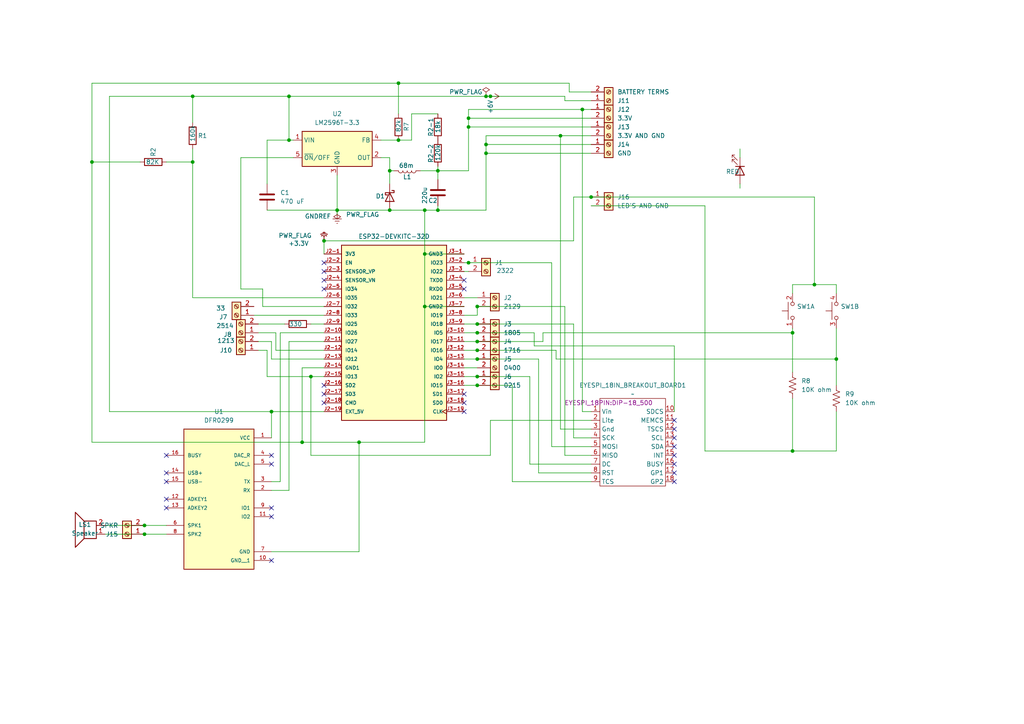
<source format=kicad_sch>
(kicad_sch (version 20231120) (generator "eeschema") (generator_version "8.0")
  (paper "A4")
  (lib_symbols
    (symbol "Connector:Screw_Terminal_01x02" (pin_names (offset 1.016) hide)
      (property "Reference" "J" (at 0 2.54 0))
      (property "Value" "Screw_Terminal_01x02" (at 0 -5.08 0))
      (symbol "Screw_Terminal_01x02_1_1"
        (rectangle (start -1.27 1.27) (end 1.27 -3.81) (stroke (width 0.254)) (fill (type background)))
        (circle (center 0 -2.54) (radius 0.635) (stroke (width 0.1524)))
        (polyline (pts (xy -0.5334 -2.2098) (xy 0.3302 -3.048)) (stroke (width 0.1524)))
        (polyline (pts (xy -0.5334 0.3302) (xy 0.3302 -0.508)) (stroke (width 0.1524)))
        (polyline (pts (xy -0.3556 -2.032) (xy 0.508 -2.8702)) (stroke (width 0.1524)))
        (polyline (pts (xy -0.3556 0.508) (xy 0.508 -0.3302)) (stroke (width 0.1524)))
        (circle (center 0 0) (radius 0.635) (stroke (width 0.1524)))
        (pin passive line (at -5.08 0 0) (length 3.81) (name "Pin_1") (number "1"))
        (pin passive line (at -5.08 -2.54 0) (length 3.81) (name "Pin_2") (number "2"))
      )
    )
    (symbol "DFR0299:DFR0299" (pin_names (offset 1.016))
      (property "Reference" "U" (at -10.16 18.542 0))
      (property "Value" "DFR0299" (at -10.16 -25.4 0))
      (symbol "DFR0299_0_0"
        (rectangle (start -10.16 -22.86) (end 10.16 17.78) (stroke (width 0.254)) (fill (type background)))
        (pin power_in line (at 15.24 15.24 180) (length 5.08) (name "VCC") (number "1"))
        (pin power_in line (at 15.24 -20.32 180) (length 5.08) (name "GND__1") (number "10"))
        (pin bidirectional line (at 15.24 -7.62 180) (length 5.08) (name "IO2") (number "11"))
        (pin input line (at -15.24 -2.54 0) (length 5.08) (name "ADKEY1") (number "12"))
        (pin input line (at -15.24 -5.08 0) (length 5.08) (name "ADKEY2") (number "13"))
        (pin input line (at -15.24 5.08 0) (length 5.08) (name "USB+") (number "14"))
        (pin input line (at -15.24 2.54 0) (length 5.08) (name "USB-") (number "15"))
        (pin input line (at -15.24 10.16 0) (length 5.08) (name "BUSY") (number "16"))
        (pin input line (at 15.24 0 180) (length 5.08) (name "RX") (number "2"))
        (pin output line (at 15.24 2.54 180) (length 5.08) (name "TX") (number "3"))
        (pin output line (at 15.24 10.16 180) (length 5.08) (name "DAC_R") (number "4"))
        (pin output line (at 15.24 7.62 180) (length 5.08) (name "DAC_L") (number "5"))
        (pin passive line (at -15.24 -10.16 0) (length 5.08) (name "SPK1") (number "6"))
        (pin power_in line (at 15.24 -17.78 180) (length 5.08) (name "GND") (number "7"))
        (pin passive line (at -15.24 -12.7 0) (length 5.08) (name "SPK2") (number "8"))
        (pin bidirectional line (at 15.24 -5.08 180) (length 5.08) (name "IO1") (number "9"))
      )
    )
    (symbol "Device:C" (pin_numbers hide) (pin_names (offset 0.254))
      (property "Reference" "C" (at 0.635 2.54 0))
      (property "Value" "C" (at 0.635 -2.54 0))
      (symbol "C_0_1"
        (polyline (pts (xy -2.032 -0.762) (xy 2.032 -0.762)) (stroke (width 0.508)))
        (polyline (pts (xy -2.032 0.762) (xy 2.032 0.762)) (stroke (width 0.508)))
      )
      (symbol "C_1_1"
        (pin passive line (at 0 3.81 270) (length 2.794) (name "~") (number "1"))
        (pin passive line (at 0 -3.81 90) (length 2.794) (name "~") (number "2"))
      )
    )
    (symbol "Device:D_Schottky" (pin_numbers hide) (pin_names (offset 1.016) hide)
      (property "Reference" "D" (at 0 2.54 0))
      (property "Value" "D_Schottky" (at 0 -2.54 0))
      (symbol "D_Schottky_0_1"
        (polyline (pts (xy 1.27 0) (xy -1.27 0)))
        (polyline (pts (xy 1.27 1.27) (xy 1.27 -1.27) (xy -1.27 0) (xy 1.27 1.27)) (stroke (width 0.254)))
        (polyline (pts (xy -1.905 0.635) (xy -1.905 1.27) (xy -1.27 1.27) (xy -1.27 -1.27) (xy -0.635 -1.27) (xy -0.635 -0.635)) (stroke (width 0.254)))
      )
      (symbol "D_Schottky_1_1"
        (pin passive line (at -3.81 0 0) (length 2.54) (name "K") (number "1"))
        (pin passive line (at 3.81 0 180) (length 2.54) (name "A") (number "2"))
      )
    )
    (symbol "Device:L" (pin_numbers hide) (pin_names (offset 1.016) hide)
      (property "Reference" "L" (at -1.27 0 90))
      (property "Value" "L" (at 1.905 0 90))
      (symbol "L_0_1"
        (arc (start 0 -2.54) (mid 0.6323 -1.905) (end 0 -1.27))
        (arc (start 0 -1.27) (mid 0.6323 -0.635) (end 0 0))
        (arc (start 0 0) (mid 0.6323 0.635) (end 0 1.27))
        (arc (start 0 1.27) (mid 0.6323 1.905) (end 0 2.54))
      )
      (symbol "L_1_1"
        (pin passive line (at 0 3.81 270) (length 1.27) (name "1") (number "1"))
        (pin passive line (at 0 -3.81 90) (length 1.27) (name "2") (number "2"))
      )
    )
    (symbol "Device:LED" (pin_numbers hide) (pin_names (offset 1.016) hide)
      (property "Reference" "D" (at 0 2.54 0))
      (property "Value" "LED" (at 0 -2.54 0))
      (symbol "LED_0_1"
        (polyline (pts (xy -1.27 -1.27) (xy -1.27 1.27)) (stroke (width 0.254)))
        (polyline (pts (xy -1.27 0) (xy 1.27 0)))
        (polyline (pts (xy 1.27 -1.27) (xy 1.27 1.27) (xy -1.27 0) (xy 1.27 -1.27)) (stroke (width 0.254)))
        (polyline (pts (xy -3.048 -0.762) (xy -4.572 -2.286) (xy -3.81 -2.286) (xy -4.572 -2.286) (xy -4.572 -1.524)))
        (polyline (pts (xy -1.778 -0.762) (xy -3.302 -2.286) (xy -2.54 -2.286) (xy -3.302 -2.286) (xy -3.302 -1.524)))
      )
      (symbol "LED_1_1"
        (pin passive line (at -3.81 0 0) (length 2.54) (name "K") (number "1"))
        (pin passive line (at 3.81 0 180) (length 2.54) (name "A") (number "2"))
      )
    )
    (symbol "Device:R" (pin_numbers hide) (pin_names (offset 0))
      (property "Reference" "R" (at 2.032 0 90))
      (property "Value" "R" (at 0 0 90))
      (symbol "R_0_1"
        (rectangle (start -1.016 -2.54) (end 1.016 2.54) (stroke (width 0.254)))
      )
      (symbol "R_1_1"
        (pin passive line (at 0 3.81 270) (length 1.27) (name "~") (number "1"))
        (pin passive line (at 0 -3.81 90) (length 1.27) (name "~") (number "2"))
      )
    )
    (symbol "Device:R_US" (pin_numbers hide) (pin_names (offset 0))
      (property "Reference" "R" (at 2.54 0 90))
      (property "Value" "R_US" (at -2.54 0 90))
      (symbol "R_US_0_1"
        (polyline (pts (xy 0 -2.286) (xy 0 -2.54)))
        (polyline (pts (xy 0 2.286) (xy 0 2.54)))
        (polyline (pts (xy 0 -0.762) (xy 1.016 -1.143) (xy 0 -1.524) (xy -1.016 -1.905) (xy 0 -2.286)))
        (polyline (pts (xy 0 0.762) (xy 1.016 0.381) (xy 0 0) (xy -1.016 -0.381) (xy 0 -0.762)))
        (polyline (pts (xy 0 2.286) (xy 1.016 1.905) (xy 0 1.524) (xy -1.016 1.143) (xy 0 0.762)))
      )
      (symbol "R_US_1_1"
        (pin passive line (at 0 3.81 270) (length 1.27) (name "~") (number "1"))
        (pin passive line (at 0 -3.81 90) (length 1.27) (name "~") (number "2"))
      )
    )
    (symbol "Device:Speaker" (pin_names (offset 0) hide)
      (property "Reference" "LS" (at 1.27 5.715 0))
      (property "Value" "Speaker" (at 1.27 3.81 0))
      (symbol "Speaker_0_0"
        (rectangle (start -2.54 1.27) (end 1.016 -3.81) (stroke (width 0.254)))
        (polyline (pts (xy 1.016 1.27) (xy 3.556 3.81) (xy 3.556 -6.35) (xy 1.016 -3.81)) (stroke (width 0.254)))
      )
      (symbol "Speaker_1_1"
        (pin input line (at -5.08 0 0) (length 2.54) (name "1") (number "1"))
        (pin input line (at -5.08 -2.54 0) (length 2.54) (name "2") (number "2"))
      )
    )
    (symbol "ESP32-DEVKITC-32D_1" (pin_names (offset 1.016))
      (property "Reference" "U" (at -15.2572 26.0643 0))
      (property "Value" "ESP32-DEVKITC-32D" (at -15.2563 -27.9698 0))
      (symbol "ESP32-DEVKITC-32D_1_0_0"
        (rectangle (start -15.24 -25.4) (end 15.24 25.4) (stroke (width 0.254)) (fill (type background)))
        (pin power_in line (at -20.32 22.86 0) (length 5.08) (name "3V3") (number "J2-1"))
        (pin bidirectional line (at -20.32 0 0) (length 5.08) (name "IO26") (number "J2-10"))
        (pin bidirectional line (at -20.32 -2.54 0) (length 5.08) (name "IO27") (number "J2-11"))
        (pin bidirectional line (at -20.32 -5.08 0) (length 5.08) (name "IO14") (number "J2-12"))
        (pin bidirectional line (at -20.32 -7.62 0) (length 5.08) (name "IO12") (number "J2-13"))
        (pin power_in line (at -20.32 -10.16 0) (length 5.08) (name "GND1") (number "J2-14"))
        (pin bidirectional line (at -20.32 -12.7 0) (length 5.08) (name "IO13") (number "J2-15"))
        (pin bidirectional line (at -20.32 -15.24 0) (length 5.08) (name "SD2") (number "J2-16"))
        (pin bidirectional line (at -20.32 -17.78 0) (length 5.08) (name "SD3") (number "J2-17"))
        (pin bidirectional line (at -20.32 -20.32 0) (length 5.08) (name "CMD") (number "J2-18"))
        (pin power_in line (at -20.32 -22.86 0) (length 5.08) (name "EXT_5V") (number "J2-19"))
        (pin input line (at -20.32 20.32 0) (length 5.08) (name "EN") (number "J2-2"))
        (pin input line (at -20.32 17.78 0) (length 5.08) (name "SENSOR_VP") (number "J2-3"))
        (pin input line (at -20.32 15.24 0) (length 5.08) (name "SENSOR_VN") (number "J2-4"))
        (pin bidirectional line (at -20.32 12.7 0) (length 5.08) (name "IO34") (number "J2-5"))
        (pin bidirectional line (at -20.32 10.16 0) (length 5.08) (name "IO35") (number "J2-6"))
        (pin bidirectional line (at -20.32 7.62 0) (length 5.08) (name "IO32") (number "J2-7"))
        (pin bidirectional line (at -20.32 5.08 0) (length 5.08) (name "IO33") (number "J2-8"))
        (pin bidirectional line (at -20.32 2.54 0) (length 5.08) (name "IO25") (number "J2-9"))
        (pin power_in line (at 20.32 22.86 180) (length 5.08) (name "GND3") (number "J3-1"))
        (pin bidirectional line (at 20.32 0 180) (length 5.08) (name "IO5") (number "J3-10"))
        (pin bidirectional line (at 20.32 -2.54 180) (length 5.08) (name "IO17") (number "J3-11"))
        (pin bidirectional line (at 20.32 -5.08 180) (length 5.08) (name "IO16") (number "J3-12"))
        (pin bidirectional line (at 20.32 -7.62 180) (length 5.08) (name "IO4") (number "J3-13"))
        (pin bidirectional line (at 20.32 -10.16 180) (length 5.08) (name "IO0") (number "J3-14"))
        (pin bidirectional line (at 20.32 -12.7 180) (length 5.08) (name "IO2") (number "J3-15"))
        (pin bidirectional line (at 20.32 -15.24 180) (length 5.08) (name "IO15") (number "J3-16"))
        (pin bidirectional line (at 20.32 -17.78 180) (length 5.08) (name "SD1") (number "J3-17"))
        (pin bidirectional line (at 20.32 -20.32 180) (length 5.08) (name "SD0") (number "J3-18"))
        (pin input clock (at 20.32 -22.86 180) (length 5.08) (name "CLK") (number "J3-19"))
        (pin bidirectional line (at 20.32 20.32 180) (length 5.08) (name "IO23") (number "J3-2"))
        (pin bidirectional line (at 20.32 17.78 180) (length 5.08) (name "IO22") (number "J3-3"))
        (pin output line (at 20.32 15.24 180) (length 5.08) (name "TXD0") (number "J3-4"))
        (pin input line (at 20.32 12.7 180) (length 5.08) (name "RXD0") (number "J3-5"))
        (pin bidirectional line (at 20.32 10.16 180) (length 5.08) (name "IO21") (number "J3-6"))
        (pin power_in line (at 20.32 7.62 180) (length 5.08) (name "GND2") (number "J3-7"))
        (pin bidirectional line (at 20.32 5.08 180) (length 5.08) (name "IO19") (number "J3-8"))
        (pin bidirectional line (at 20.32 2.54 180) (length 5.08) (name "IO18") (number "J3-9"))
      )
    )
    (symbol "EYESPI_18PIN:EYESPI_18PIN"
      (property "Reference" "EYESPI_18IN_BREAKOUT_BOARD" (at 7.366 3.048 0))
      (symbol "EYESPI_18PIN_0_1"
        (rectangle (start -2.54 1.27) (end 16.51 -24.13))
      )
      (symbol "EYESPI_18PIN_1_1"
        (pin power_in line (at -5.08 -2.54 0) (length 2.54) (name "Vin") (number "1"))
        (pin output line (at 19.05 -2.54 180) (length 2.54) (name "SDCS") (number "10"))
        (pin output line (at 19.05 -5.08 180) (length 2.54) (name "MEMCS") (number "11"))
        (pin output line (at 19.05 -7.62 180) (length 2.54) (name "TSCS") (number "12"))
        (pin input line (at 19.05 -10.16 180) (length 2.54) (name "SCL") (number "13"))
        (pin bidirectional line (at 19.05 -12.7 180) (length 2.54) (name "SDA") (number "14"))
        (pin output line (at 19.05 -15.24 180) (length 2.54) (name "INT") (number "15"))
        (pin output line (at 19.05 -17.78 180) (length 2.54) (name "BUSY") (number "16"))
        (pin unspecified line (at 19.05 -20.32 180) (length 2.54) (name "GP1") (number "17"))
        (pin unspecified line (at 19.05 -22.86 180) (length 2.54) (name "GP2") (number "18"))
        (pin input line (at -5.08 -5.08 0) (length 2.54) (name "Lite") (number "2"))
        (pin power_out line (at -5.08 -7.62 0) (length 2.54) (name "Gnd") (number "3"))
        (pin input line (at -5.08 -10.16 0) (length 2.54) (name "SCK") (number "4"))
        (pin output line (at -5.08 -12.7 0) (length 2.54) (name "MOSI") (number "5"))
        (pin input line (at -5.08 -15.24 0) (length 2.54) (name "MISO") (number "6"))
        (pin input line (at -5.08 -17.78 0) (length 2.54) (name "DC") (number "7"))
        (pin input line (at -5.08 -20.32 0) (length 2.54) (name "RST") (number "8"))
        (pin output line (at -5.08 -22.86 0) (length 2.54) (name "TCS") (number "9"))
      )
    )
    (symbol "Regulator_Switching:LM2596T-3.3"
      (property "Reference" "U" (at -10.16 6.35 0))
      (property "Value" "LM2596T-3.3" (at 0 6.35 0))
      (symbol "LM2596T-3.3_0_1"
        (rectangle (start -10.16 5.08) (end 10.16 -5.08) (stroke (width 0.254)) (fill (type background)))
      )
      (symbol "LM2596T-3.3_1_1"
        (pin power_in line (at -12.7 2.54 0) (length 2.54) (name "VIN") (number "1"))
        (pin output line (at 12.7 -2.54 180) (length 2.54) (name "OUT") (number "2"))
        (pin power_in line (at 0 -7.62 90) (length 2.54) (name "GND") (number "3"))
        (pin input line (at 12.7 2.54 180) (length 2.54) (name "FB") (number "4"))
        (pin input line (at -12.7 -2.54 0) (length 2.54) (name "~{ON}/OFF") (number "5"))
      )
    )
    (symbol "Switch:SW_Push_Dual_x2" (pin_names (offset 1.016) hide)
      (property "Reference" "SW" (at 1.27 2.54 0))
      (property "Value" "SW_Push_Dual_x2" (at 0 -1.524 0))
      (symbol "SW_Push_Dual_x2_0_1"
        (circle (center -2.032 0) (radius 0.508))
        (polyline (pts (xy 0 1.27) (xy 0 3.048)))
        (polyline (pts (xy 2.54 1.27) (xy -2.54 1.27)))
        (circle (center 2.032 0) (radius 0.508))
      )
      (symbol "SW_Push_Dual_x2_1_1"
        (pin passive line (at -5.08 0 0) (length 2.54) (name "C") (number "1"))
        (pin passive line (at 5.08 0 180) (length 2.54) (name "D") (number "2"))
      )
      (symbol "SW_Push_Dual_x2_2_1"
        (pin passive line (at -5.08 0 0) (length 2.54) (name "C") (number "3"))
        (pin passive line (at 5.08 0 180) (length 2.54) (name "D") (number "4"))
      )
    )
    (symbol "power:+3.3V" (power) (pin_numbers hide) (pin_names (offset 0) hide)
      (property "Value" "+3.3V" (at 0 3.556 0))
      (symbol "+3.3V_0_1"
        (polyline (pts (xy -0.762 1.27) (xy 0 2.54)))
        (polyline (pts (xy 0 0) (xy 0 2.54)))
        (polyline (pts (xy 0 2.54) (xy 0.762 1.27)))
      )
      (symbol "+3.3V_1_1"
        (pin power_in line (at 0 0 90) (length 0) (name "~") (number "1"))
      )
    )
    (symbol "power:+6V" (power) (pin_numbers hide) (pin_names (offset 0) hide)
      (property "Value" "+6V" (at 0 3.556 0))
      (symbol "+6V_0_1"
        (polyline (pts (xy -0.762 1.27) (xy 0 2.54)))
        (polyline (pts (xy 0 0) (xy 0 2.54)))
        (polyline (pts (xy 0 2.54) (xy 0.762 1.27)))
      )
      (symbol "+6V_1_1"
        (pin power_in line (at 0 0 90) (length 0) (name "~") (number "1"))
      )
    )
    (symbol "power:GNDREF" (power) (pin_numbers hide) (pin_names (offset 0) hide)
      (property "Value" "GNDREF" (at 0 -3.81 0))
      (symbol "GNDREF_0_1"
        (polyline (pts (xy -0.635 -1.905) (xy 0.635 -1.905)))
        (polyline (pts (xy -0.127 -2.54) (xy 0.127 -2.54)))
        (polyline (pts (xy 0 -1.27) (xy 0 0)))
        (polyline (pts (xy 1.27 -1.27) (xy -1.27 -1.27)))
      )
      (symbol "GNDREF_1_1"
        (pin power_in line (at 0 0 270) (length 0) (name "~") (number "1"))
      )
    )
    (symbol "power:PWR_FLAG" (power) (pin_numbers hide) (pin_names (offset 0) hide)
      (property "Value" "PWR_FLAG" (at 0 3.81 0))
      (symbol "PWR_FLAG_0_0"
        (pin power_out line (at 0 0 90) (length 0) (name "~") (number "1"))
      )
      (symbol "PWR_FLAG_0_1"
        (polyline (pts (xy 0 0) (xy 0 1.27) (xy -1.016 1.905) (xy 0 2.54) (xy 1.016 1.905) (xy 0 1.27)))
      )
    )
  )
  (junction (at 138.43 99.06))
  (junction (at 26.67 46.99))
  (junction (at 138.43 111.76))
  (junction (at 127 49.53))
  (junction (at 229.87 96.52))
  (junction (at 41.91 152.4))
  (junction (at 138.43 104.14))
  (junction (at 127 60.96))
  (junction (at 55.88 27.94))
  (junction (at 41.91 154.94))
  (junction (at 90.17 109.22))
  (junction (at 93.98 69.85))
  (junction (at 104.14 128.27))
  (junction (at 229.87 130.81))
  (junction (at 115.57 24.13))
  (junction (at 97.79 60.96))
  (junction (at 113.03 49.53))
  (junction (at 135.89 76.2))
  (junction (at 115.57 40.64))
  (junction (at 113.03 60.96))
  (junction (at 123.19 73.66))
  (junction (at 140.97 27.94))
  (junction (at 123.19 88.9))
  (junction (at 87.63 128.27))
  (junction (at 242.57 104.14))
  (junction (at 140.97 41.91))
  (junction (at 135.89 34.29))
  (junction (at 138.43 88.9))
  (junction (at 140.97 44.45))
  (junction (at 123.19 60.96))
  (junction (at 78.74 119.38))
  (junction (at 55.88 46.99))
  (junction (at 138.43 101.6))
  (junction (at 138.43 96.52))
  (junction (at 135.89 36.83))
  (junction (at 138.43 93.98))
  (junction (at 142.24 27.94))
  (junction (at 168.91 31.75))
  (junction (at 83.82 27.94))
  (junction (at 236.22 82.55))
  (junction (at 83.82 40.64))
  (junction (at 171.45 57.15))
  (junction (at 138.43 109.22))
  (junction (at 162.56 39.37))
  (no_connect (at 93.98 111.76))
  (no_connect (at 134.62 114.3))
  (no_connect (at 93.98 116.84))
  (no_connect (at 134.62 116.84))
  (no_connect (at 195.58 129.54))
  (no_connect (at 195.58 134.62))
  (no_connect (at 134.62 83.82))
  (no_connect (at 93.98 114.3))
  (no_connect (at 48.26 137.16))
  (no_connect (at 93.98 78.74))
  (no_connect (at 78.74 132.08))
  (no_connect (at 195.58 132.08))
  (no_connect (at 134.62 119.38))
  (no_connect (at 93.98 76.2))
  (no_connect (at 48.26 139.7))
  (no_connect (at 195.58 124.46))
  (no_connect (at 48.26 132.08))
  (no_connect (at 78.74 149.86))
  (no_connect (at 78.74 147.32))
  (no_connect (at 134.62 81.28))
  (no_connect (at 195.58 121.92))
  (no_connect (at 78.74 162.56))
  (no_connect (at 93.98 81.28))
  (no_connect (at 195.58 139.7))
  (no_connect (at 48.26 147.32))
  (no_connect (at 195.58 137.16))
  (no_connect (at 195.58 127))
  (no_connect (at 48.26 144.78))
  (no_connect (at 93.98 83.82))
  (no_connect (at 78.74 134.62))
  (wire (pts (xy 115.57 24.13) (xy 165.1 24.13)))
  (wire (pts (xy 41.91 154.94) (xy 48.26 154.94)))
  (wire (pts (xy 77.47 109.22) (xy 90.17 109.22)))
  (wire (pts (xy 69.85 45.72) (xy 69.85 83.82)))
  (wire (pts (xy 229.87 95.25) (xy 229.87 96.52)))
  (wire (pts (xy 242.57 95.25) (xy 242.57 104.14)))
  (wire (pts (xy 55.88 86.36) (xy 93.98 86.36)))
  (wire (pts (xy 171.45 31.75) (xy 168.91 31.75)))
  (wire (pts (xy 26.67 128.27) (xy 87.63 128.27)))
  (wire (pts (xy 77.47 60.96) (xy 97.79 60.96)))
  (wire (pts (xy 87.63 128.27) (xy 104.14 128.27)))
  (wire (pts (xy 123.19 60.96) (xy 123.19 73.66)))
  (wire (pts (xy 113.03 45.72) (xy 113.03 49.53)))
  (wire (pts (xy 26.67 46.99) (xy 40.64 46.99)))
  (wire (pts (xy 171.45 139.7) (xy 148.59 139.7)))
  (wire (pts (xy 90.17 109.22) (xy 93.98 109.22)))
  (wire (pts (xy 113.03 49.53) (xy 113.03 53.34)))
  (wire (pts (xy 97.79 62.23) (xy 97.79 60.96)))
  (wire (pts (xy 140.97 41.91) (xy 171.45 41.91)))
  (wire (pts (xy 229.87 96.52) (xy 229.87 107.95)))
  (wire (pts (xy 77.47 109.22) (xy 77.47 101.6)))
  (wire (pts (xy 123.19 60.96) (xy 127 60.96)))
  (wire (pts (xy 127 59.69) (xy 127 60.96)))
  (wire (pts (xy 76.2 88.9) (xy 93.98 88.9)))
  (wire (pts (xy 168.91 31.75) (xy 168.91 119.38)))
  (wire (pts (xy 156.21 104.14) (xy 156.21 137.16)))
  (wire (pts (xy 127 48.26) (xy 127 49.53)))
  (wire (pts (xy 114.3 49.53) (xy 113.03 49.53)))
  (wire (pts (xy 87.63 106.68) (xy 87.63 128.27)))
  (wire (pts (xy 148.59 111.76) (xy 138.43 111.76)))
  (wire (pts (xy 165.1 24.13) (xy 165.1 26.67)))
  (wire (pts (xy 121.92 49.53) (xy 127 49.53)))
  (wire (pts (xy 78.74 119.38) (xy 78.74 127)))
  (wire (pts (xy 113.03 45.72) (xy 110.49 45.72)))
  (wire (pts (xy 119.38 33.02) (xy 119.38 40.64)))
  (wire (pts (xy 110.49 40.64) (xy 115.57 40.64)))
  (wire (pts (xy 162.56 124.46) (xy 171.45 124.46)))
  (wire (pts (xy 74.93 96.52) (xy 80.01 96.52)))
  (wire (pts (xy 81.28 96.52) (xy 81.28 139.7)))
  (wire (pts (xy 69.85 45.72) (xy 85.09 45.72)))
  (wire (pts (xy 83.82 99.06) (xy 83.82 142.24)))
  (wire (pts (xy 48.26 152.4) (xy 41.91 152.4)))
  (wire (pts (xy 31.75 119.38) (xy 78.74 119.38)))
  (wire (pts (xy 69.85 83.82) (xy 76.2 83.82)))
  (wire (pts (xy 168.91 31.75) (xy 135.89 31.75)))
  (wire (pts (xy 104.14 128.27) (xy 123.19 128.27)))
  (wire (pts (xy 123.19 88.9) (xy 123.19 128.27)))
  (wire (pts (xy 138.43 96.52) (xy 154.94 96.52)))
  (wire (pts (xy 229.87 115.57) (xy 229.87 130.81)))
  (wire (pts (xy 229.87 85.09) (xy 229.87 82.55)))
  (wire (pts (xy 83.82 27.94) (xy 83.82 40.64)))
  (wire (pts (xy 135.89 76.2) (xy 160.02 76.2)))
  (wire (pts (xy 171.45 57.15) (xy 236.22 57.15)))
  (wire (pts (xy 134.62 96.52) (xy 138.43 96.52)))
  (wire (pts (xy 93.98 69.85) (xy 93.98 73.66)))
  (wire (pts (xy 73.66 91.44) (xy 93.98 91.44)))
  (wire (pts (xy 31.75 27.94) (xy 31.75 119.38)))
  (wire (pts (xy 134.62 99.06) (xy 138.43 99.06)))
  (wire (pts (xy 166.37 69.85) (xy 166.37 57.15)))
  (wire (pts (xy 80.01 101.6) (xy 93.98 101.6)))
  (wire (pts (xy 154.94 100.33) (xy 154.94 96.52)))
  (wire (pts (xy 26.67 24.13) (xy 115.57 24.13)))
  (wire (pts (xy 134.62 106.68) (xy 138.43 106.68)))
  (wire (pts (xy 163.83 88.9) (xy 138.43 88.9)))
  (wire (pts (xy 214.63 54.61) (xy 214.63 53.34)))
  (wire (pts (xy 142.24 121.92) (xy 171.45 121.92)))
  (wire (pts (xy 134.62 91.44) (xy 138.43 91.44)))
  (wire (pts (xy 30.48 152.4) (xy 41.91 152.4)))
  (wire (pts (xy 55.88 27.94) (xy 55.88 35.56)))
  (wire (pts (xy 26.67 24.13) (xy 26.67 46.99)))
  (wire (pts (xy 80.01 96.52) (xy 80.01 101.6)))
  (wire (pts (xy 26.67 46.99) (xy 26.67 128.27)))
  (wire (pts (xy 142.24 132.08) (xy 142.24 121.92)))
  (wire (pts (xy 214.63 43.18) (xy 214.63 45.72)))
  (wire (pts (xy 171.45 134.62) (xy 153.67 134.62)))
  (wire (pts (xy 153.67 109.22) (xy 138.43 109.22)))
  (wire (pts (xy 76.2 83.82) (xy 76.2 88.9)))
  (wire (pts (xy 168.91 119.38) (xy 171.45 119.38)))
  (wire (pts (xy 156.21 137.16) (xy 171.45 137.16)))
  (wire (pts (xy 113.03 60.96) (xy 123.19 60.96)))
  (wire (pts (xy 78.74 104.14) (xy 93.98 104.14)))
  (wire (pts (xy 127 52.07) (xy 127 49.53)))
  (wire (pts (xy 140.97 41.91) (xy 140.97 44.45)))
  (wire (pts (xy 134.62 93.98) (xy 138.43 93.98)))
  (wire (pts (xy 85.09 40.64) (xy 83.82 40.64)))
  (wire (pts (xy 165.1 26.67) (xy 171.45 26.67)))
  (wire (pts (xy 160.02 129.54) (xy 171.45 129.54)))
  (wire (pts (xy 142.24 27.94) (xy 163.83 27.94)))
  (wire (pts (xy 135.89 34.29) (xy 171.45 34.29)))
  (wire (pts (xy 134.62 104.14) (xy 138.43 104.14)))
  (wire (pts (xy 195.58 100.33) (xy 154.94 100.33)))
  (wire (pts (xy 166.37 93.98) (xy 138.43 93.98)))
  (wire (pts (xy 55.88 27.94) (xy 83.82 27.94)))
  (wire (pts (xy 31.75 27.94) (xy 55.88 27.94)))
  (wire (pts (xy 104.14 160.02) (xy 78.74 160.02)))
  (wire (pts (xy 115.57 40.64) (xy 119.38 40.64)))
  (wire (pts (xy 119.38 33.02) (xy 127 33.02)))
  (wire (pts (xy 138.43 99.06) (xy 157.48 99.06)))
  (wire (pts (xy 140.97 44.45) (xy 140.97 60.96)))
  (wire (pts (xy 55.88 46.99) (xy 55.88 86.36)))
  (wire (pts (xy 140.97 44.45) (xy 171.45 44.45)))
  (wire (pts (xy 135.89 34.29) (xy 135.89 36.83)))
  (wire (pts (xy 163.83 132.08) (xy 163.83 88.9)))
  (wire (pts (xy 162.56 39.37) (xy 162.56 124.46)))
  (wire (pts (xy 242.57 82.55) (xy 242.57 85.09)))
  (wire (pts (xy 166.37 127) (xy 166.37 93.98)))
  (wire (pts (xy 153.67 134.62) (xy 153.67 109.22)))
  (wire (pts (xy 162.56 39.37) (xy 171.45 39.37)))
  (wire (pts (xy 90.17 109.22) (xy 90.17 132.08)))
  (wire (pts (xy 77.47 101.6) (xy 74.93 101.6)))
  (wire (pts (xy 163.83 29.21) (xy 171.45 29.21)))
  (wire (pts (xy 157.48 96.52) (xy 229.87 96.52)))
  (wire (pts (xy 204.47 130.81) (xy 229.87 130.81)))
  (wire (pts (xy 134.62 109.22) (xy 138.43 109.22)))
  (wire (pts (xy 204.47 130.81) (xy 204.47 59.69)))
  (wire (pts (xy 138.43 101.6) (xy 134.62 101.6)))
  (wire (pts (xy 77.47 40.64) (xy 83.82 40.64)))
  (wire (pts (xy 138.43 104.14) (xy 156.21 104.14)))
  (wire (pts (xy 166.37 57.15) (xy 171.45 57.15)))
  (wire (pts (xy 90.17 93.98) (xy 93.98 93.98)))
  (wire (pts (xy 140.97 39.37) (xy 140.97 41.91)))
  (wire (pts (xy 93.98 106.68) (xy 87.63 106.68)))
  (wire (pts (xy 83.82 27.94) (xy 140.97 27.94)))
  (wire (pts (xy 55.88 43.18) (xy 55.88 46.99)))
  (wire (pts (xy 242.57 104.14) (xy 242.57 111.76)))
  (wire (pts (xy 127 60.96) (xy 140.97 60.96)))
  (wire (pts (xy 135.89 36.83) (xy 171.45 36.83)))
  (wire (pts (xy 135.89 31.75) (xy 135.89 34.29)))
  (wire (pts (xy 97.79 50.8) (xy 97.79 60.96)))
  (wire (pts (xy 140.97 39.37) (xy 162.56 39.37)))
  (wire (pts (xy 123.19 73.66) (xy 134.62 73.66)))
  (wire (pts (xy 138.43 111.76) (xy 134.62 111.76)))
  (wire (pts (xy 78.74 99.06) (xy 78.74 104.14)))
  (wire (pts (xy 204.47 59.69) (xy 171.45 59.69)))
  (wire (pts (xy 236.22 57.15) (xy 236.22 82.55)))
  (wire (pts (xy 90.17 132.08) (xy 142.24 132.08)))
  (wire (pts (xy 163.83 27.94) (xy 163.83 29.21)))
  (wire (pts (xy 161.29 101.6) (xy 161.29 104.14)))
  (wire (pts (xy 97.79 60.96) (xy 113.03 60.96)))
  (wire (pts (xy 77.47 40.64) (xy 77.47 53.34)))
  (wire (pts (xy 134.62 86.36) (xy 138.43 86.36)))
  (wire (pts (xy 78.74 119.38) (xy 93.98 119.38)))
  (wire (pts (xy 161.29 104.14) (xy 242.57 104.14)))
  (wire (pts (xy 138.43 91.44) (xy 138.43 88.9)))
  (wire (pts (xy 171.45 132.08) (xy 163.83 132.08)))
  (wire (pts (xy 104.14 160.02) (xy 104.14 128.27)))
  (wire (pts (xy 195.58 119.38) (xy 195.58 100.33)))
  (wire (pts (xy 171.45 127) (xy 166.37 127)))
  (wire (pts (xy 138.43 101.6) (xy 161.29 101.6)))
  (wire (pts (xy 78.74 139.7) (xy 81.28 139.7)))
  (wire (pts (xy 123.19 88.9) (xy 134.62 88.9)))
  (wire (pts (xy 142.24 27.94) (xy 140.97 27.94)))
  (wire (pts (xy 229.87 130.81) (xy 242.57 130.81)))
  (wire (pts (xy 93.98 69.85) (xy 166.37 69.85)))
  (wire (pts (xy 229.87 82.55) (xy 236.22 82.55)))
  (wire (pts (xy 74.93 99.06) (xy 78.74 99.06)))
  (wire (pts (xy 93.98 96.52) (xy 81.28 96.52)))
  (wire (pts (xy 242.57 119.38) (xy 242.57 130.81)))
  (wire (pts (xy 55.88 46.99) (xy 48.26 46.99)))
  (wire (pts (xy 134.62 76.2) (xy 135.89 76.2)))
  (wire (pts (xy 127 49.53) (xy 135.89 49.53)))
  (wire (pts (xy 135.89 36.83) (xy 135.89 49.53)))
  (wire (pts (xy 157.48 96.52) (xy 157.48 99.06)))
  (wire (pts (xy 236.22 82.55) (xy 242.57 82.55)))
  (wire (pts (xy 160.02 76.2) (xy 160.02 129.54)))
  (wire (pts (xy 123.19 73.66) (xy 123.19 88.9)))
  (wire (pts (xy 148.59 139.7) (xy 148.59 111.76)))
  (wire (pts (xy 74.93 93.98) (xy 82.55 93.98)))
  (wire (pts (xy 30.48 154.94) (xy 41.91 154.94)))
  (wire (pts (xy 134.62 78.74) (xy 135.89 78.74)))
  (wire (pts (xy 93.98 99.06) (xy 83.82 99.06)))
  (wire (pts (xy 115.57 24.13) (xy 115.57 33.02)))
  (wire (pts (xy 78.74 142.24) (xy 83.82 142.24)))
  (symbol (lib_id "power:PWR_FLAG") (at 97.79 60.96 180) (unit 1)
    (property "Reference" "#FLG01" (effects (hide yes)))
    (property "Value" "PWR_FLAG" (at 100.33 62.2299 0) (effects (justify right)))
    (property "Description" "Special symbol for telling ERC where power comes from" (effects (hide yes)))
  )
  (symbol (lib_id "Device:C") (at 77.47 57.15 0) (unit 1)
    (property "Reference" "C1" (at 81.28 55.8799 0) (effects (justify left)))
    (property "Value" "470 uF" (at 81.28 58.4199 0) (effects (justify left)))
    (property "Footprint" "Capacitor_THT:CP_Radial_D10.0mm_P5.00mm" (effects (hide yes)))
    (property "Description" "Unpolarized capacitor" (effects (hide yes)))
  )
  (symbol (lib_id "Device:R") (at 127 44.45 0) (unit 1)
    (property "Reference" "R2-2" (at 124.968 47.244 90) (effects (justify left)))
    (property "Value" "120k" (at 127 46.736 90) (effects (justify left)))
    (property "Footprint" "Resistor_THT:R_Axial_DIN0207_L6.3mm_D2.5mm_P7.62mm_Horizontal" (effects (hide yes)))
    (property "Description" "Resistor" (effects (hide yes)))
  )
  (symbol (lib_id "Device:R") (at 55.88 39.37 0) (unit 1)
    (property "Reference" "R1" (at 57.404 39.37 0) (effects (justify left)))
    (property "Value" "160k" (at 55.88 41.148 90) (effects (justify left)))
    (property "Footprint" "Resistor_THT:R_Axial_DIN0207_L6.3mm_D2.5mm_P7.62mm_Horizontal" (effects (hide yes)))
    (property "Description" "Resistor" (effects (hide yes)))
  )
  (symbol (lib_id "Device:LED") (at 214.63 49.53 270) (unit 1)
    (property "Reference" "D2" (effects (hide yes)))
    (property "Value" "RED" (at 210.566 49.784 90) (effects (justify left)))
    (property "Footprint" "LED_THT:LED_D4.0mm" (effects (hide yes)))
    (property "Description" "Light emitting diode" (effects (hide yes)))
  )
  (symbol (lib_id "Regulator_Switching:LM2596T-3.3") (at 97.79 43.18 0) (unit 1)
    (property "Reference" "U2" (at 97.79 33.02 0))
    (property "Value" "LM2596T-3.3" (at 97.79 35.56 0))
    (property "Footprint" "Package_TO_SOT_THT:TO-220-5_P3.4x3.7mm_StaggerOdd_Lead3.8mm_Vertical" (effects (hide yes)))
    (property "Datasheet" "http://www.ti.com/lit/ds/symlink/lm2596.pdf" (effects (hide yes)))
    (property "Description" "3.3V 3A 150kHz Step-Down Voltage Regulator, TO-220" (effects (hide yes)))
    (property "Sim.Library" "C:\\Users\\srbye\\OneDrive\\Documents\\KiCad\\8.0\\SIMULATIONS\\LM2596_3P3_TRANS-PSpiceFiles\\LM2596_3P3 Inverting Regulator\\trans.sim" (effects (hide yes)))
  )
  (symbol (lib_id "power:PWR_FLAG") (at 140.97 27.94 0) (unit 1)
    (property "Reference" "#FLG02" (effects (hide yes)))
    (property "Value" "PWR_FLAG" (at 135.128 26.67 0))
    (property "Description" "Special symbol for telling ERC where power comes from" (effects (hide yes)))
  )
  (symbol (lib_id "power:+3.3V") (at 93.98 69.85 0) (unit 1)
    (property "Reference" "#PWR03" (effects (hide yes)))
    (property "Value" "+3.3V" (at 86.614 70.612 0))
    (property "Description" "Power symbol creates a global label with name \"+3.3V\"" (effects (hide yes)))
  )
  (symbol (lib_id "Connector:Screw_Terminal_01x02") (at 143.51 104.14 0) (unit 1)
    (property "Reference" "J5" (at 146.05 104.1399 0) (effects (justify left)))
    (property "Value" "0400" (at 146.05 106.6799 0) (effects (justify left)))
    (property "Footprint" "TerminalBlock_4Ucon:TerminalBlock_4Ucon_1x02_P3.50mm_Vertical" (effects (hide yes)))
    (property "Description" "Generic screw terminal, single row, 01x02, script generated (kicad-library-utils/schlib/autogen/connector/)" (effects (hide yes)))
  )
  (symbol (lib_id "Device:R") (at 44.45 46.99 90) (unit 1)
    (property "Reference" "R2" (at 44.45 45.466 0) (effects (justify left)))
    (property "Value" "82K" (at 46.228 46.99 90) (effects (justify left)))
    (property "Footprint" "Resistor_THT:R_Axial_DIN0207_L6.3mm_D2.5mm_P7.62mm_Horizontal" (effects (hide yes)))
    (property "Description" "Resistor" (effects (hide yes)))
  )
  (symbol (lib_id "Switch:SW_Push_Dual_x2") (at 229.87 90.17 90) (unit 1) (on_board no)
    (property "Reference" "SW1" (at 231.14 88.8999 90) (effects (justify right)))
    (property "Value" "SW_Push_Dual_x2" (effects (hide yes)))
    (property "Description" "Push button switch, generic, separate symbols, four pins" (effects (hide yes)))
  )
  (symbol (lib_id "Switch:SW_Push_Dual_x2") (at 242.57 90.17 90) (unit 2) (on_board no)
    (property "Reference" "SW1" (at 243.84 88.8999 90) (effects (justify right)))
    (property "Value" "SW_Push_Dual_x2" (effects (hide yes)))
    (property "Description" "Push button switch, generic, separate symbols, four pins" (effects (hide yes)))
  )
  (symbol (lib_id "Device:R_US") (at 242.57 115.57 0) (unit 1) (on_board no)
    (property "Reference" "R9" (at 245.11 114.2999 0) (effects (justify left)))
    (property "Value" "10K ohm" (at 245.11 116.8399 0) (effects (justify left)))
    (property "Description" "Resistor, US symbol" (effects (hide yes)))
  )
  (symbol (lib_id "Device:Speaker") (at 25.4 154.94 180) (unit 1) (on_board no)
    (property "Reference" "LS1" (at 24.638 152.146 0))
    (property "Value" "Speaker" (at 24.638 154.686 0))
    (property "Description" "Speaker" (effects (hide yes)))
  )
  (symbol (lib_id "power:+6V") (at 142.24 27.94 270) (unit 1)
    (property "Reference" "#PWR02" (effects (hide yes)))
    (property "Value" "+6V" (at 142.24 30.988 0))
    (property "Description" "Power symbol creates a global label with name \"+6V\"" (effects (hide yes)))
  )
  (symbol (lib_id "Connector:Screw_Terminal_01x02") (at 176.53 29.21 0) (mirror x) (unit 1)
    (property "Reference" "J11" (at 179.07 29.2101 0) (effects (justify left)))
    (property "Value" "BATTERY TERMS" (at 179.07 26.6701 0) (effects (justify left)))
    (property "Footprint" "TerminalBlock_4Ucon:TerminalBlock_4Ucon_1x02_P3.50mm_Vertical" (effects (hide yes)))
    (property "Description" "Generic screw terminal, single row, 01x02, script generated (kicad-library-utils/schlib/autogen/connector/)" (effects (hide yes)))
  )
  (symbol (lib_id "Device:R") (at 127 36.83 0) (unit 1)
    (property "Reference" "R2-1" (at 124.968 39.624 90) (effects (justify left)))
    (property "Value" "18k" (at 127 38.608 90) (effects (justify left)))
    (property "Footprint" "Resistor_THT:R_Axial_DIN0207_L6.3mm_D2.5mm_P7.62mm_Horizontal" (effects (hide yes)))
    (property "Description" "Resistor" (effects (hide yes)))
    (property "Sim.Device" "R" (effects (hide yes)))
    (property "Sim.Pins" "1=+ 2=-" (effects (hide yes)))
  )
  (symbol (lib_id "Device:R_US") (at 229.87 111.76 0) (unit 1) (on_board no)
    (property "Reference" "R8" (at 232.41 110.4899 0) (effects (justify left)))
    (property "Value" "10K ohm" (at 232.41 113.0299 0) (effects (justify left)))
    (property "Description" "Resistor, US symbol" (effects (hide yes)))
  )
  (symbol (lib_id "DFR0299:DFR0299") (at 63.5 142.24 0) (unit 1)
    (property "Reference" "U1" (at 63.5 119.38 0))
    (property "Value" "DFR0299" (at 63.5 121.92 0))
    (property "Footprint" "DFR0299:DFR0299" (effects (hide yes)))
    (property "MF" "DFRobot" (effects (hide yes)))
    (property "DESCRIPTION" "Dfplayer - a Mini Mp3 Player" (effects (hide yes)))
    (property "PACKAGE" "None" (effects (hide yes)))
    (property "PRICE" "None" (effects (hide yes)))
    (property "MP" "DFR0299" (effects (hide yes)))
    (property "AVAILABILITY" "Unavailable" (effects (hide yes)))
  )
  (symbol (lib_id "Connector:Screw_Terminal_01x02") (at 69.85 96.52 180) (unit 1)
    (property "Reference" "J8" (at 66.04 97.028 0))
    (property "Value" "2514" (at 65.278 94.488 0))
    (property "Footprint" "TerminalBlock_4Ucon:TerminalBlock_4Ucon_1x02_P3.50mm_Vertical" (effects (hide yes)))
    (property "Description" "Generic screw terminal, single row, 01x02, script generated (kicad-library-utils/schlib/autogen/connector/)" (effects (hide yes)))
  )
  (symbol (lib_id "Connector:Screw_Terminal_01x02") (at 176.53 41.91 0) (unit 1)
    (property "Reference" "J14" (at 179.07 41.9099 0) (effects (justify left)))
    (property "Value" "GND" (at 179.07 44.4499 0) (effects (justify left)))
    (property "Footprint" "TerminalBlock_4Ucon:TerminalBlock_4Ucon_1x02_P3.50mm_Vertical" (effects (hide yes)))
    (property "Description" "Generic screw terminal, single row, 01x02, script generated (kicad-library-utils/schlib/autogen/connector/)" (effects (hide yes)))
  )
  (symbol (lib_id "power:PWR_FLAG") (at 93.98 69.85 0) (unit 1)
    (property "Reference" "#FLG03" (effects (hide yes)))
    (property "Value" "PWR_FLAG" (at 85.598 68.326 0))
    (property "Description" "Special symbol for telling ERC where power comes from" (effects (hide yes)))
  )
  (symbol (lib_id "Connector:Screw_Terminal_01x02") (at 143.51 86.36 0) (unit 1)
    (property "Reference" "J2" (at 146.05 86.3599 0) (effects (justify left)))
    (property "Value" "2129" (at 146.05 88.8999 0) (effects (justify left)))
    (property "Footprint" "TerminalBlock_4Ucon:TerminalBlock_4Ucon_1x02_P3.50mm_Vertical" (effects (hide yes)))
    (property "Description" "Generic screw terminal, single row, 01x02, script generated (kicad-library-utils/schlib/autogen/connector/)" (effects (hide yes)))
  )
  (symbol (lib_id "Connector:Screw_Terminal_01x02") (at 69.85 101.6 180) (unit 1)
    (property "Reference" "J10" (at 65.532 101.6 0))
    (property "Value" "1213" (at 65.532 98.806 0))
    (property "Footprint" "TerminalBlock_4Ucon:TerminalBlock_4Ucon_1x02_P3.50mm_Vertical" (effects (hide yes)))
    (property "Description" "Generic screw terminal, single row, 01x02, script generated (kicad-library-utils/schlib/autogen/connector/)" (effects (hide yes)))
  )
  (symbol (lib_id "Connector:Screw_Terminal_01x02") (at 176.53 36.83 0) (unit 1)
    (property "Reference" "J13" (at 179.07 36.8299 0) (effects (justify left)))
    (property "Value" "3.3V AND GND" (at 179.07 39.3699 0) (effects (justify left)))
    (property "Footprint" "TerminalBlock_4Ucon:TerminalBlock_4Ucon_1x02_P3.50mm_Vertical" (effects (hide yes)))
    (property "Description" "Generic screw terminal, single row, 01x02, script generated (kicad-library-utils/schlib/autogen/connector/)" (effects (hide yes)))
  )
  (symbol (lib_id "Connector:Screw_Terminal_01x02") (at 176.53 31.75 0) (unit 1)
    (property "Reference" "J12" (at 179.07 31.7499 0) (effects (justify left)))
    (property "Value" "3.3V" (at 179.07 34.2899 0) (effects (justify left)))
    (property "Footprint" "TerminalBlock_4Ucon:TerminalBlock_4Ucon_1x02_P3.50mm_Vertical" (effects (hide yes)))
    (property "Description" "Generic screw terminal, single row, 01x02, script generated (kicad-library-utils/schlib/autogen/connector/)" (effects (hide yes)))
  )
  (symbol (lib_id "EYESPI_18PIN:EYESPI_18PIN") (at 176.53 116.84 0) (unit 1)
    (property "Reference" "EYESPI_18IN_BREAKOUT_BOARD1" (at 183.515 111.76 0))
    (property "Value" "~" (at 183.515 114.3 0))
    (property "Footprint" "EYESPI_18PIN:DIP-18_500" (at 176.53 116.84 0))
  )
  (symbol (lib_id "Device:L") (at 118.11 49.53 270) (unit 1)
    (property "Reference" "L1" (at 118.11 51.308 90))
    (property "Value" "68m" (at 117.856 48.006 90))
    (property "Footprint" "Inductor_THT:L_Radial_D12.0mm_P6.00mm_Murata_1900R" (effects (hide yes)))
    (property "Description" "Inductor" (effects (hide yes)))
    (property "Sim.Device" "L" (effects (hide yes)))
    (property "Sim.Pins" "1=+ 2=-" (effects (hide yes)))
  )
  (symbol (lib_id "Device:R") (at 86.36 93.98 90) (unit 1)
    (property "Reference" "R6" (effects (hide yes)))
    (property "Value" "330" (at 87.63 93.98 90) (effects (justify left)))
    (property "Footprint" "Resistor_THT:R_Axial_DIN0207_L6.3mm_D2.5mm_P7.62mm_Horizontal" (effects (hide yes)))
    (property "Description" "Resistor" (effects (hide yes)))
  )
  (symbol (lib_id "Connector:Screw_Terminal_01x02") (at 143.51 93.98 0) (unit 1)
    (property "Reference" "J3" (at 146.05 93.9799 0) (effects (justify left)))
    (property "Value" "1805" (at 146.05 96.5199 0) (effects (justify left)))
    (property "Footprint" "TerminalBlock_4Ucon:TerminalBlock_4Ucon_1x02_P3.50mm_Vertical" (effects (hide yes)))
    (property "Description" "Generic screw terminal, single row, 01x02, script generated (kicad-library-utils/schlib/autogen/connector/)" (effects (hide yes)))
  )
  (symbol (lib_id "power:GNDREF") (at 97.79 62.23 0) (unit 1)
    (property "Reference" "#PWR01" (effects (hide yes)))
    (property "Value" "GNDREF" (at 92.202 62.738 0))
    (property "Description" "Power symbol creates a global label with name \"GNDREF\" , reference supply ground" (effects (hide yes)))
  )
  (symbol (lib_id "Connector:Screw_Terminal_01x02") (at 36.83 154.94 180) (unit 1)
    (property "Reference" "J15" (at 34.29 154.9401 0) (effects (justify left)))
    (property "Value" "SPKR" (at 34.29 152.4001 0) (effects (justify left)))
    (property "Footprint" "TerminalBlock_4Ucon:TerminalBlock_4Ucon_1x02_P3.50mm_Vertical" (effects (hide yes)))
    (property "Description" "Generic screw terminal, single row, 01x02, script generated (kicad-library-utils/schlib/autogen/connector/)" (effects (hide yes)))
  )
  (symbol (lib_id "Connector:Screw_Terminal_01x02") (at 143.51 99.06 0) (unit 1)
    (property "Reference" "J4" (at 146.05 99.0599 0) (effects (justify left)))
    (property "Value" "1716" (at 146.05 101.5999 0) (effects (justify left)))
    (property "Footprint" "TerminalBlock_4Ucon:TerminalBlock_4Ucon_1x02_P3.50mm_Vertical" (effects (hide yes)))
    (property "Description" "Generic screw terminal, single row, 01x02, script generated (kicad-library-utils/schlib/autogen/connector/)" (effects (hide yes)))
  )
  (symbol (lib_id "Connector:Screw_Terminal_01x02") (at 176.53 57.15 0) (unit 1)
    (property "Reference" "J16" (at 179.07 57.1499 0) (effects (justify left)))
    (property "Value" "LED'S AND GND" (at 179.07 59.6899 0) (effects (justify left)))
    (property "Footprint" "TerminalBlock_4Ucon:TerminalBlock_4Ucon_1x02_P3.50mm_Vertical" (effects (hide yes)))
    (property "Description" "Generic screw terminal, single row, 01x02, script generated (kicad-library-utils/schlib/autogen/connector/)" (effects (hide yes)))
  )
  (symbol (lib_id "Connector:Screw_Terminal_01x02") (at 140.97 76.2 0) (unit 1)
    (property "Reference" "J1" (at 143.51 76.1999 0) (effects (justify left)))
    (property "Value" "2322" (at 144.018 78.486 0) (effects (justify left)))
    (property "Footprint" "TerminalBlock_4Ucon:TerminalBlock_4Ucon_1x02_P3.50mm_Vertical" (effects (hide yes)))
    (property "Description" "Generic screw terminal, single row, 01x02, script generated (kicad-library-utils/schlib/autogen/connector/)" (effects (hide yes)))
  )
  (symbol (lib_id "Device:R") (at 115.57 36.83 0) (unit 1)
    (property "Reference" "R7" (at 117.856 38.1 90) (effects (justify left)))
    (property "Value" "82k" (at 115.57 38.354 90) (effects (justify left)))
    (property "Footprint" "Resistor_THT:R_Axial_DIN0207_L6.3mm_D2.5mm_P7.62mm_Horizontal" (effects (hide yes)))
    (property "Description" "Resistor" (effects (hide yes)))
  )
  (symbol (lib_id "Device:C") (at 127 55.88 0) (unit 1)
    (property "Reference" "C2" (at 124.206 58.166 0) (effects (justify left)))
    (property "Value" "220u" (at 123.19 59.182 90) (effects (justify left)))
    (property "Footprint" "220UFRadialTHCAP:220uFRadialTHCAP" (effects (hide yes)))
    (property "Description" "Unpolarized capacitor" (effects (hide yes)))
    (property "Sim.Device" "C" (effects (hide yes)))
    (property "Sim.Pins" "1=+ 2=-" (effects (hide yes)))
  )
  (symbol (lib_id "Connector:Screw_Terminal_01x02") (at 143.51 109.22 0) (unit 1)
    (property "Reference" "J6" (at 146.05 109.2199 0) (effects (justify left)))
    (property "Value" "0215" (at 146.05 111.7599 0) (effects (justify left)))
    (property "Footprint" "TerminalBlock_4Ucon:TerminalBlock_4Ucon_1x02_P3.50mm_Vertical" (effects (hide yes)))
    (property "Description" "Generic screw terminal, single row, 01x02, script generated (kicad-library-utils/schlib/autogen/connector/)" (effects (hide yes)))
  )
  (symbol (lib_id "Device:D_Schottky") (at 113.03 57.15 270) (unit 1) (exclude_from_sim yes)
    (property "Reference" "D1" (at 108.966 56.896 90) (effects (justify left)))
    (property "Value" "D_Schottky" (effects (hide yes)))
    (property "Footprint" "SchottkyDIodeFor491:DIOAD1990W125L840D530" (effects (hide yes)))
    (property "Description" "Schottky diode" (effects (hide yes)))
    (property "Sim.Device" "D" (effects (hide yes)))
    (property "Sim.Pins" "1=A 2=K" (effects (hide yes)))
  )
  (symbol (lib_name "ESP32-DEVKITC-32D_1") (lib_id "ESP32-DEVKITC-32D:ESP32-DEVKITC-32D") (at 114.3 96.52 0) (unit 1)
    (property "Reference" "U3" (effects (hide yes)))
    (property "Value" "ESP32-DEVKITC-32D" (at 114.3 68.58 0))
    (property "Footprint" "ESP32:MODULE_ESP32-DEVKITC-32D" (effects (hide yes)))
    (property "MF" "Espressif Systems" (effects (hide yes)))
    (property "MAXIMUM_PACKAGE_HEIGHT" "N/A" (effects (hide yes)))
    (property "Package" "None" (effects (hide yes)))
    (property "Price" "None" (effects (hide yes)))
    (property "Check_prices" "https://www.snapeda.com/parts/ESP32-DEVKITC-32D/Espressif+Systems/view-part/?ref=eda" (effects (hide yes)))
    (property "STANDARD" "Manufacturer Recommendations" (effects (hide yes)))
    (property "PARTREV" "V4" (effects (hide yes)))
    (property "SnapEDA_Link" "https://www.snapeda.com/parts/ESP32-DEVKITC-32D/Espressif+Systems/view-part/?ref=snap" (effects (hide yes)))
    (property "MP" "ESP32-DEVKITC-32D" (effects (hide yes)))
    (property "Description_1" "\n                        \n                            WiFi Development Tools (802.11) ESP32 General Development Kit, ESP32-WROOM-32D on the board\n                        \n" (effects (hide yes)))
    (property "MANUFACTURER" "Espressif Systems" (effects (hide yes)))
    (property "Availability" "In Stock" (effects (hide yes)))
    (property "SNAPEDA_PN" "ESP32-DEVKITC-32D" (effects (hide yes)))
  )
  (symbol (lib_id "Connector:Screw_Terminal_01x02") (at 68.58 91.44 180) (unit 1)
    (property "Reference" "J7" (at 64.77 91.948 0))
    (property "Value" "33" (at 64.008 89.408 0))
    (property "Footprint" "TerminalBlock_4Ucon:TerminalBlock_4Ucon_1x02_P3.50mm_Vertical" (effects (hide yes)))
    (property "Description" "Generic screw terminal, single row, 01x02, script generated (kicad-library-utils/schlib/autogen/connector/)" (effects (hide yes)))
  )
)
</source>
